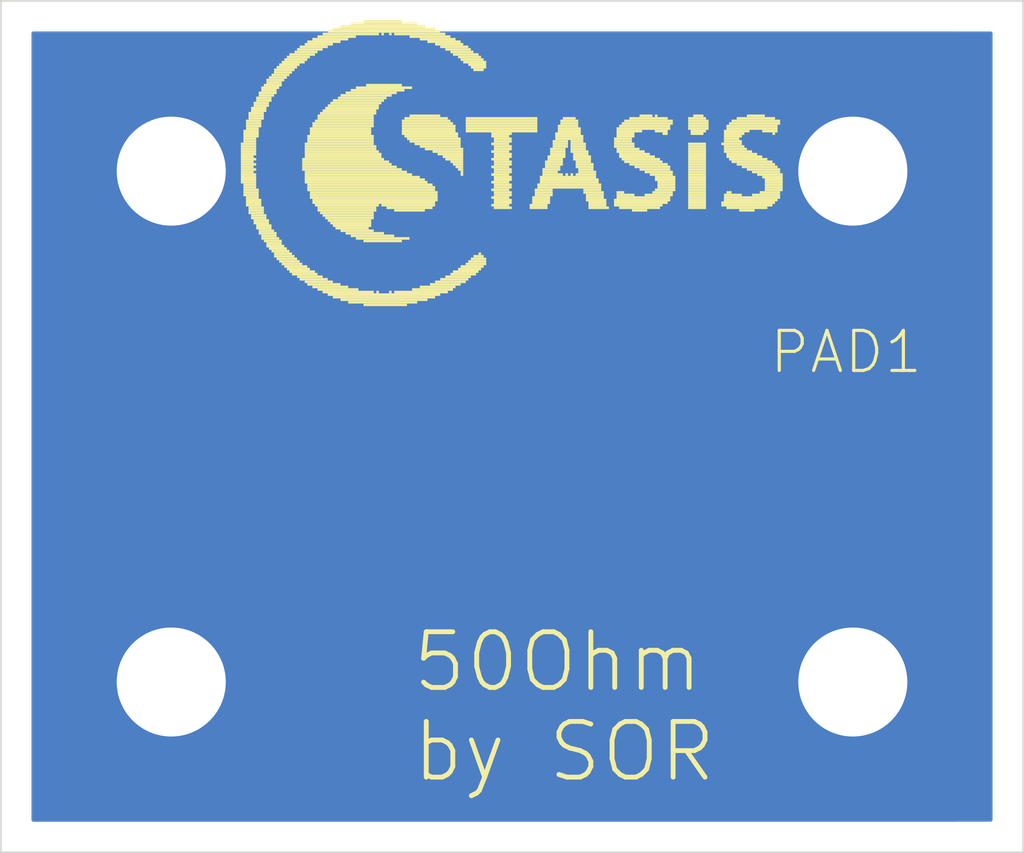
<source format=kicad_pcb>
(kicad_pcb (version 20240108) (generator "pcbnew") (generator_version "8.0")
  (layers (0 "F.Cu" signal) (31 "B.Cu" signal) (34 "B.Paste" user) (35 "F.Paste" user) (36 "B.SilkS" user "B.Silkscreen") (37 "F.SilkS" user "F.Silkscreen") (38 "B.Mask" user) (39 "F.Mask" user) (44 "Edge.Cuts" user))
  (net 0 "")
  (net 1 "N$1")
  (net 2 "GND")
  (footprint "50Ohm:SMD2,54-5,08_412" (layer "F.Cu") (at 158.5011 105.0036 -90)
    (property "Reference" "PAD1" (at -1.5 2.5 0) (layer "F.SilkS") (effects (font (size 1.176528 1.176528) (thickness 0.093472)) (justify left bottom)))
    (property "Value" "")
    (pad "1" smd rect (at 0 0 270) (size 2.54 5.08) (layers "F.Cu" "F.Paste" "F.Mask") (net 1 "N$1"))
  )
  (footprint "50Ohm:LOGO_STASIS" (layer "F.Cu") (at 149.5011 97.5036)
    (property "Reference" "U$2" (hide yes))
    (property "Value" "" (hide yes))
  )
  (footprint "50Ohm:COAX.141" (layer "F.Cu") (at 147.5011 105.0036 180)
    (property "Reference" "U$1" (hide yes))
    (property "Value" "COAX_CON_DIRECT" (hide yes))
    (pad "P$1" smd rect (at -3.363718 0 180) (size 4 2) (layers "F.Cu" "F.Paste" "F.Mask") (net 1 "N$1"))
    (pad "P$2" smd rect (at 6.545578 0 180) (size 10 5.588) (layers "F.Cu" "F.Paste" "F.Mask") (net 2 "GND"))
  )
  (gr_line (start 163.5011 92.5036) (end 133.5011 92.5036) (stroke (width 0.05)) (layer "Edge.Cuts"))
  (gr_line (start 163.5011 117.5036) (end 163.5011 92.5036) (stroke (width 0.05)) (layer "Edge.Cuts"))
  (gr_line (start 133.5011 92.5036) (end 133.5011 117.5036) (stroke (width 0.05)) (layer "Edge.Cuts"))
  (gr_line (start 133.5011 117.5036) (end 163.5011 117.5036) (stroke (width 0.05)) (layer "Edge.Cuts"))
  (gr_text "50Ohm\nby SOR" (at 145.5011 115.5036 0) (layer "F.SilkS") (effects (font (size 1.63576 1.63576) (thickness 0.14224)) (justify left bottom)))
  (segment (start 150.864818 105.0036) (end 158.5011 105.0036) (width 1.27) (layer "F.Cu") (net 1))
  (via (at 138.5011 112.5036) (size 3.6064) (drill 3.2) (layers "F.Cu" "B.Cu") (net 2))
  (via (at 158.5011 97.5036) (size 3.6064) (drill 3.2) (layers "F.Cu" "B.Cu") (net 2))
  (via (at 158.5011 112.5036) (size 3.6064) (drill 3.2) (layers "F.Cu" "B.Cu") (net 2))
  (via (at 138.5011 97.5036) (size 3.6064) (drill 3.2) (layers "F.Cu" "B.Cu") (net 2))
  (zone (net 2) (net_name "GND") (layer "F.Cu") (priority 6) (connect_pads (clearance 0.000001)) (min_thickness 0.1) (fill yes (thermal_gap 0.25) (thermal_bridge_width 0.25))
    (polygon (pts (xy 161.6011 116.6036) (xy 134.4011 116.6036) (xy 134.4011 93.4036) (xy 161.6011 93.4036)))
  )
  (zone (net 2) (net_name "GND") (layer "B.Cu") (priority 6) (connect_pads (clearance 0.000001)) (min_thickness 0.1) (fill yes (thermal_gap 0.25) (thermal_bridge_width 0.25))
    (polygon (pts (xy 162.6011 116.6036) (xy 134.4011 116.6036) (xy 134.4011 93.4036) (xy 162.6011 93.4036)))
  )
)
</source>
